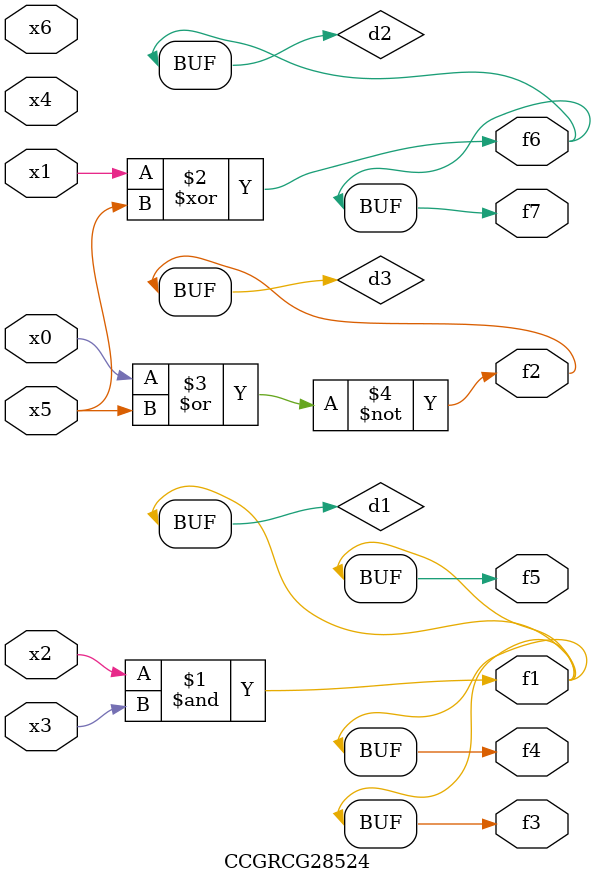
<source format=v>
module CCGRCG28524(
	input x0, x1, x2, x3, x4, x5, x6,
	output f1, f2, f3, f4, f5, f6, f7
);

	wire d1, d2, d3;

	and (d1, x2, x3);
	xor (d2, x1, x5);
	nor (d3, x0, x5);
	assign f1 = d1;
	assign f2 = d3;
	assign f3 = d1;
	assign f4 = d1;
	assign f5 = d1;
	assign f6 = d2;
	assign f7 = d2;
endmodule

</source>
